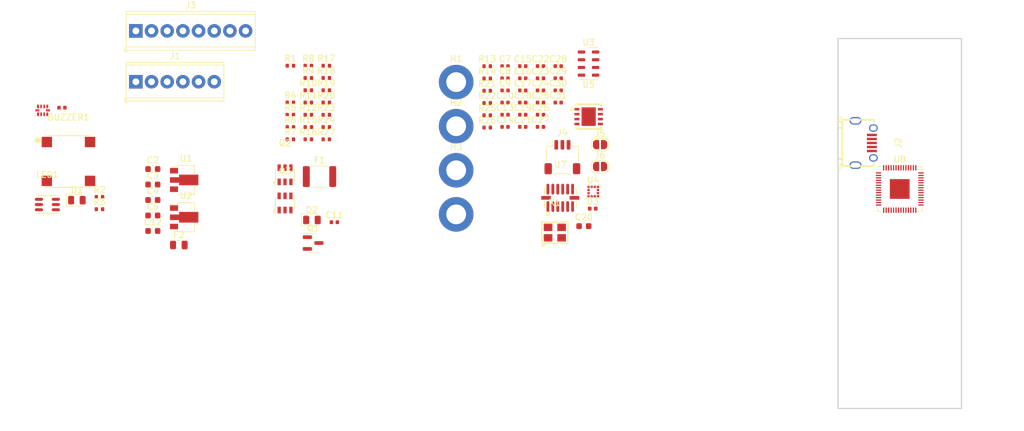
<source format=kicad_pcb>
(kicad_pcb (version 20221018) (generator pcbnew)
  (layers (0 "F.Cu" signal) (1 "In1.Cu" power) (2 "In2.Cu" power) (31 "B.Cu" signal) (34 "B.Paste" user) (35 "F.Paste" user) (36 "B.SilkS" user "B.Silkscreen") (37 "F.SilkS" user "F.Silkscreen") (38 "B.Mask" user) (39 "F.Mask" user) (44 "Edge.Cuts" user))
  (net 0 "")
  (net 1 "+12VA")
  (net 2 "GND")
  (net 3 "+3V3")
  (net 5 "/Board2/I2C1 SDA")
  (net 6 "+1V1")
  (net 7 "Net-(D2-A)")
  (net 8 "Net-(U4-C1)")
  (net 9 "Net-(U3-CAP)")
  (net 10 "Net-(D1-A)")
  (net 11 "Net-(Q1-S)")
  (net 12 "+12P")
  (net 13 "/Topboard/PYRO PWR")
  (net 14 "/Topboard/P4-")
  (net 15 "/Topboard/P3-")
  (net 16 "+12V")
  (net 17 "/Topboard/USB_D-")
  (net 18 "/Topboard/USB_D+")
  (net 21 "/Board2/P4-")
  (net 22 "/Board2/P3-")
  (net 23 "/Board2/P2-")
  (net 24 "/Board2/P1-")
  (net 25 "/Topboard/SWCLK")
  (net 26 "/Topboard/SWD")
  (net 27 "/Topboard/RUN")
  (net 28 "/Topboard/BOOTSEL")
  (net 29 "/Topboard/P2-")
  (net 30 "/Topboard/P1-")
  (net 32 "/Board2/P3 EN BOT")
  (net 33 "/Board2/P4 EN BOT")
  (net 34 "Net-(Q2B-D)")
  (net 35 "Net-(Q2A-D)")
  (net 36 "/Board2/P1 EN BOT")
  (net 37 "/Board2/P2 EN BOT")
  (net 38 "/Board2/P4 CONT BOT")
  (net 39 "/Board2/P3 CONT BOT")
  (net 40 "/Topboard/QSPI_SS")
  (net 41 "/Topboard/RP USB_D+")
  (net 42 "/Board2/BATT SENSE BOT")
  (net 43 "/Board2/P2 CONT BOT")
  (net 44 "/Topboard/RP USB_D-")
  (net 45 "/Board2/P1 CONT BOT")
  (net 46 "Net-(D3-A)")
  (net 47 "/Topboard/I2C1 SCL")
  (net 48 "/Topboard/I2C1 SDA")
  (net 50 "Net-(LED1-+-Pad4)")
  (net 51 "Net-(Q3B-D)")
  (net 52 "Net-(Q3A-D)")
  (net 54 "/Topboard/I2C0 SDA")
  (net 55 "/Topboard/I2C0 SCL")
  (net 58 "/Topboard/QSPI_SD1")
  (net 59 "/Topboard/QSPI_SD2")
  (net 63 "/Topboard/QSPI_SDO")
  (net 64 "+BATT")
  (net 65 "/Topboard/QSPI_SCLK")
  (net 66 "/Topboard/QSPI_SD3")
  (net 71 "/Topboard/SPI0 GPIO")
  (net 72 "/Topboard/SD CS")
  (net 73 "/Topboard/BUZZER")
  (net 74 "/Topboard/LEDRED")
  (net 75 "/Topboard/LEDGREEN")
  (net 76 "/Topboard/LEDBLUE")
  (net 81 "/Topboard/XIN")
  (net 82 "/Topboard/UART0 TX")
  (net 83 "/Topboard/UART0 RX")
  (net 87 "+5VD")
  (net 89 "/Topboard/UART GPIO")
  (net 95 "/Board2/I2C1 SCL")
  (footprint "Resistor_SMD:R_0402_1005Metric" (layer "F.Cu") (at 94.8816 73.3901)
    (fp_text reference "R6" (at 0 -1.17) (layer "F.SilkS"))
    (fp_text value "10R")
    (pad "1" smd roundrect (at -0.51 0) (size 0.54 0.64) (layers "F.Cu" "F.Paste" "F.Mask") (net 21 "/Board2/P4-"))
    (pad "2" smd roundrect (at 0.51 0) (size 0.54 0.64) (layers "F.Cu" "F.Paste" "F.Mask") (net 34 "Net-(Q2B-D)"))
  )
  (footprint "easyeda2kicad:SOT-23-6_L2.9-W1.6-P0.95-LS2.8-BL" (layer "F.Cu") (at 94.0166 85.6951)
    (fp_text reference "Q3" (at 0 -5.15) (layer "F.SilkS"))
    (fp_text value "KY6802")
    (pad "1" smd rect (at -0.95 1.15) (size 0.53 1.07) (layers "F.Cu" "F.Paste" "F.Mask") (net 36 "/Board2/P1 EN BOT"))
    (pad "2" smd rect (at 0 1.15) (size 0.53 1.07) (layers "F.Cu" "F.Paste" "F.Mask") (net 2 "GND"))
    (pad "3" smd rect (at 0.95 1.15) (size 0.53 1.07) (layers "F.Cu" "F.Paste" "F.Mask") (net 37 "/Board2/P2 EN BOT"))
    (pad "4" smd rect (at 0.95 -1.15) (size 0.53 1.07) (layers "F.Cu" "F.Paste" "F.Mask") (net 51 "Net-(Q3B-D)"))
    (pad "5" smd rect (at 0 -1.15) (size 0.53 1.07) (layers "F.Cu" "F.Paste" "F.Mask") (net 2 "GND"))
    (pad "6" smd rect (at -0.95 -1.15) (size 0.53 1.07) (layers "F.Cu" "F.Paste" "F.Mask") (net 52 "Net-(Q3A-D)"))
  )
  (footprint "Resistor_SMD:R_0402_1005Metric" (layer "F.Cu") (at 126.7702 63.5188)
    (fp_text reference "R13" (at 0 -1.17) (layer "F.SilkS"))
    (fp_text value "1k")
    (pad "1" smd roundrect (at -0.51 0) (size 0.54 0.64) (layers "F.Cu" "F.Paste" "F.Mask") (net 40 "/Topboard/QSPI_SS"))
    (pad "2" smd roundrect (at 0.51 0) (size 0.54 0.64) (layers "F.Cu" "F.Paste" "F.Mask") (net 28 "/Topboard/BOOTSEL"))
  )
  (footprint "Capacitor_SMD:C_0603_1608Metric" (layer "F.Cu") (at 72.6016 82.7101)
    (fp_text reference "C3" (at 0 -1.43) (layer "F.SilkS"))
    (fp_text value "22u")
    (pad "1" smd roundrect (at -0.775 0) (size 0.9 0.95) (layers "F.Cu" "F.Paste" "F.Mask") (net 3 "+3V3"))
    (pad "2" smd roundrect (at 0.775 0) (size 0.9 0.95) (layers "F.Cu" "F.Paste" "F.Mask") (net 2 "GND"))
  )
  (footprint "MountingHole:MountingHole_3.2mm_M3_DIN965_Pad" (layer "F.Cu") (at 121.7402 73.2488)
    (fp_text reference "H2" (at 0 -3.8) (layer "F.SilkS"))
    (fp_text value "MountingHole_Pad")
    (pad "1" thru_hole circle (at 0 0) (size 5.6 5.6) (drill 3.2) (layers "*.Cu" "*.Mask") (net 2 "GND"))
  )
  (footprint "Capacitor_SMD:C_0402_1005Metric" (layer "F.Cu") (at 102.0116 88.8201)
    (fp_text reference "C11" (at 0 -1.16) (layer "F.SilkS"))
    (fp_text value "1u")
    (pad "1" smd roundrect (at -0.48 0) (size 0.56 0.62) (layers "F.Cu" "F.Paste" "F.Mask") (net 1 "+12VA"))
    (pad "2" smd roundrect (at 0.48 0) (size 0.56 0.62) (layers "F.Cu" "F.Paste" "F.Mask") (net 2 "GND"))
  )
  (footprint "Fuse:Fuse_0805_2012Metric" (layer "F.Cu") (at 76.8116 92.5201)
    (fp_text reference "F2" (at 0 -1.65) (layer "F.SilkS"))
    (fp_text value "200ma")
    (pad "1" smd roundrect (at -0.9375 0) (size 0.975 1.4) (layers "F.Cu" "F.Paste" "F.Mask") (net 11 "Net-(Q1-S)"))
    (pad "2" smd roundrect (at 0.9375 0) (size 0.975 1.4) (layers "F.Cu" "F.Paste" "F.Mask") (net 1 "+12VA"))
  )
  (footprint "Package_TO_SOT_SMD:SOT-23" (layer "F.Cu") (at 98.5716 92.2001)
    (fp_text reference "Q1" (at 0 -2.4) (layer "F.SilkS"))
    (fp_text value "AO3401A")
    (pad "1" smd roundrect (at -0.9375 -0.95) (size 1.475 0.6) (layers "F.Cu" "F.Paste" "F.Mask") (net 2 "GND"))
    (pad "2" smd roundrect (at -0.9375 0.95) (size 1.475 0.6) (layers "F.Cu" "F.Paste" "F.Mask") (net 11 "Net-(Q1-S)"))
    (pad "3" smd roundrect (at 0.9375 0) (size 1.475 0.6) (layers "F.Cu" "F.Paste" "F.Mask") (net 16 "+12V"))
  )
  (footprint "Capacitor_SMD:C_0402_1005Metric" (layer "F.Cu") (at 132.5302 67.4488)
    (fp_text reference "C17" (at 0 -1.16) (layer "F.SilkS"))
    (fp_text value "100n")
    (pad "1" smd roundrect (at -0.48 0) (size 0.56 0.62) (layers "F.Cu" "F.Paste" "F.Mask") (net 3 "+3V3"))
    (pad "2" smd roundrect (at 0.48 0) (size 0.56 0.62) (layers "F.Cu" "F.Paste" "F.Mask") (net 2 "GND"))
  )
  (footprint "Capacitor_SMD:C_0402_1005Metric" (layer "F.Cu") (at 138.2702 67.4488)
    (fp_text reference "C30" (at 0 -1.16) (layer "F.SilkS"))
    (fp_text value "100n")
    (pad "1" smd roundrect (at -0.48 0) (size 0.56 0.62) (layers "F.Cu" "F.Paste" "F.Mask") (net 3 "+3V3"))
    (pad "2" smd roundrect (at 0.48 0) (size 0.56 0.62) (layers "F.Cu" "F.Paste" "F.Mask") (net 2 "GND"))
  )
  (footprint "Capacitor_SMD:C_0402_1005Metric" (layer "F.Cu") (at 135.4002 67.4488)
    (fp_text reference "C24" (at 0 -1.16) (layer "F.SilkS"))
    (fp_text value "100n")
    (pad "1" smd roundrect (at -0.48 0) (size 0.56 0.62) (layers "F.Cu" "F.Paste" "F.Mask") (net 3 "+3V3"))
    (pad "2" smd roundrect (at 0.48 0) (size 0.56 0.62) (layers "F.Cu" "F.Paste" "F.Mask") (net 2 "GND"))
  )
  (footprint "Resistor_SMD:R_0402_1005Metric" (layer "F.Cu") (at 63.9552 84.7256)
    (fp_text reference "R2" (at 0 -1.17) (layer "F.SilkS"))
    (fp_text value "1k")
    (pad "1" smd roundrect (at -0.51 0) (size 0.54 0.64) (layers "F.Cu" "F.Paste" "F.Mask") (net 50 "Net-(LED1-+-Pad4)"))
    (pad "2" smd roundrect (at 0.51 0) (size 0.54 0.64) (layers "F.Cu" "F.Paste" "F.Mask") (net 3 "+3V3"))
  )
  (footprint "Capacitor_SMD:C_0603_1608Metric" (layer "F.Cu") (at 72.6016 90.2401)
    (fp_text reference "C12" (at 0 -1.43) (layer "F.SilkS"))
    (fp_text value "22u")
    (pad "1" smd roundrect (at -0.775 0) (size 0.9 0.95) (layers "F.Cu" "F.Paste" "F.Mask") (net 87 "+5VD"))
    (pad "2" smd roundrect (at 0.775 0) (size 0.9 0.95) (layers "F.Cu" "F.Paste" "F.Mask") (net 2 "GND"))
  )
  (footprint "Capacitor_SMD:C_0402_1005Metric" (layer "F.Cu") (at 129.6602 73.3588)
    (fp_text reference "C14" (at 0 -1.16) (layer "F.SilkS"))
    (fp_text value "2u2")
    (pad "1" smd roundrect (at -0.48 0) (size 0.56 0.62) (layers "F.Cu" "F.Paste" "F.Mask") (net 3 "+3V3"))
    (pad "2" smd roundrect (at 0.48 0) (size 0.56 0.62) (layers "F.Cu" "F.Paste" "F.Mask") (net 2 "GND"))
  )
  (footprint "easyeda2kicad:MICRO-USB-SMD_U254-051T-4BHJ25-F2S" (layer "F.Cu") (at 187.8838 75.9714 -90)
    (fp_text reference "J2" (at 0 -5.45 90) (layer "F.SilkS"))
    (fp_text value "USB_B_Micro")
    (pad "1" smd rect (at -1.3 -1.2 270) (size 0.4 1.6) (layers "F.Cu" "F.Paste" "F.Mask") (net 46 "Net-(D3-A)"))
    (pad "2" smd rect (at -0.65 -1.2 270) (size 0.4 1.6) (layers "F.Cu" "F.Paste" "F.Mask") (net 17 "/Topboard/USB_D-"))
    (pad "3" smd rect (at 0 -1.2 270) (size 0.4 1.6) (layers "F.Cu" "F.Paste" "F.Mask") (net 18 "/Topboard/USB_D+"))
    (pad "4" smd rect (at 0.65 -1.2 270) (size 0.4 1.6) (layers "F.Cu" "F.Paste" "F.Mask"))
    (pad "5" smd rect (at 1.3 -1.21 270) (size 0.4 1.6) (layers "F.Cu" "F.Paste" "F.Mask") (net 2 "GND"))
    (pad "6" thru_hole oval (at 2.42 -1.45 270) (size 1.2 1.4) (drill oval 0.799998 0.999998) (layers "*.Cu" "*.Mask"))
    (pad "7" thru_hole oval (at -2.42 -1.45 270) (size 1.2 1.4) (drill oval 0.799998 0.999998) (layers "*.Cu" "*.Mask"))
    (pad "8" thru_hole oval (at -3.6 1.45 270) (size 1.2 1.9) (drill oval 0.799998 1.499997) (layers "*.Cu" "*.Mask"))
    (pad "9" thru_hole oval (at 3.6 1.45 270) (size 1.2 1.9) (drill oval 0.799998 1.499997) (layers "*.Cu" "*.Mask"))
  )
  (footprint "Resistor_SMD:R_0402_1005Metric" (layer "F.Cu") (at 97.7916 73.3901)
    (fp_text reference "R15" (at 0 -1.17) (layer "F.SilkS"))
    (fp_text value "470R")
    (pad "1" smd roundrect (at -0.51 0) (size 0.54 0.64) (layers "F.Cu" "F.Paste" "F.Mask") (net 2 "GND"))
    (pad "2" smd roundrect (at 0.51 0) (size 0.54 0.64) (layers "F.Cu" "F.Paste" "F.Mask") (net 36 "/Board2/P1 EN BOT"))
  )
  (footprint "LED_SMD:LED_0805_2012Metric" (layer "F.Cu") (at 60.2952 85.2506)
    (fp_text reference "D1" (at 0 -1.65) (layer "F.SilkS"))
    (fp_text value "LED")
    (pad "1" smd roundrect (at -0.9375 0) (size 0.975 1.4) (layers "F.Cu" "F.Paste" "F.Mask") (net 2 "GND"))
    (pad "2" smd roundrect (at 0.9375 0) (size 0.975 1.4) (layers "F.Cu" "F.Paste" "F.Mask") (net 10 "Net-(D1-A)"))
  )
  (footprint "Capacitor_SMD:C_0402_1005Metric" (layer "F.Cu") (at 135.4002 71.3888)
    (fp_text reference "C26" (at 0 -1.16) (layer "F.SilkS"))
    (fp_text value "1u")
    (pad "1" smd roundrect (at -0.48 0) (size 0.56 0.62) (layers "F.Cu" "F.Paste" "F.Mask") (net 3 "+3V3"))
    (pad "2" smd roundrect (at 0.48 0) (size 0.56 0.62) (layers "F.Cu" "F.Paste" "F.Mask") (net 2 "GND"))
  )
  (footprint "Resistor_SMD:R_0402_1005Metric" (layer "F.Cu") (at 94.8816 71.4001)
    (fp_text reference "R5" (at 0 -1.17) (layer "F.SilkS"))
    (fp_text value "470R")
    (pad "1" smd roundrect (at -0.51 0) (size 0.54 0.64) (layers "F.Cu" "F.Paste" "F.Mask") (net 2 "GND"))
    (pad "2" smd roundrect (at 0.51 0) (size 0.54 0.64) (layers "F.Cu" "F.Paste" "F.Mask") (net 32 "/Board2/P3 EN BOT"))
  )
  (footprint "MountingHole:MountingHole_3.2mm_M3_DIN965_Pad" (layer "F.Cu") (at 121.7402 87.5488)
    (fp_text reference "H4")
    (fp_text value "MountingHole_Pad")
    (pad "1" thru_hole circle (at 0 0) (size 5.6 5.6) (drill 3.2) (layers "*.Cu" "*.Mask") (net 2 "GND"))
  )
  (footprint "Resistor_SMD:R_0402_1005Metric" (layer "F.Cu") (at 97.7916 75.3801)
    (fp_text reference "R16" (at 0 -1.17) (layer "F.SilkS"))
    (fp_text value "10R")
    (pad "1" smd roundrect (at -0.51 0) (size 0.54 0.64) (layers "F.Cu" "F.Paste" "F.Mask") (net 23 "/Board2/P2-"))
    (pad "2" smd roundrect (at 0.51 0) (size 0.54 0.64) (layers "F.Cu" "F.Paste" "F.Mask") (net 51 "Net-(Q3B-D)"))
  )
  (footprint "LED_SMD:LED_0805_2012Metric" (layer "F.Cu") (at 98.3716 88.4551)
    (fp_text reference "D2" (at 0 -1.65) (layer "F.SilkS"))
    (fp_text value "LED")
    (pad "1" smd roundrect (at -0.9375 0) (size 0.975 1.4) (layers "F.Cu" "F.Paste" "F.Mask") (net 2 "GND"))
    (pad "2" smd roundrect (at 0.9375 0) (size 0.975 1.4) (layers "F.Cu" "F.Paste" "F.Mask") (net 7 "Net-(D2-A)"))
  )
  (footprint "Resistor_SMD:R_0402_1005Metric" (layer "F.Cu") (at 100.7016 63.4401)
    (fp_text reference "R17" (at 0 -1.17) (layer "F.SilkS"))
    (fp_text value "10R")
    (pad "1" smd roundrect (at -0.51 0) (size 0.54 0.64) (layers "F.Cu" "F.Paste" "F.Mask") (net 24 "/Board2/P1-"))
    (pad "2" smd roundrect (at 0.51 0) (size 0.54 0.64) (layers "F.Cu" "F.Paste" "F.Mask") (net 52 "Net-(Q3A-D)"))
  )
  (footprint "Diode_SMD:D_0402_1005Metric" (layer "F.Cu") (at 143.8652 86.6188)
    (fp_text reference "D3" (at 0 -1.17) (layer "F.SilkS"))
    (fp_text value "D")
    (pad "1" smd roundrect (at -0.485 0) (size 0.59 0.64) (layers "F.Cu" "F.Paste" "F.Mask"))
    (pad "2" smd roundrect (at 0.485 0) (size 0.59 0.64) (layers "F.Cu" "F.Paste" "F.Mask") (net 46 "Net-(D3-A)"))
  )
  (footprint "Jumper:SolderJumper-2_P1.3mm_Open_RoundedPad1.0x1.5mm" (layer "F.Cu") (at 145.0502 76.2388)
    (fp_text reference "J5" (at 0 -1.8) (layer "F.SilkS"))
    (fp_text value "Conn_01x02")
    (pad "1" smd custom (at -0.65 0) (size 1 0.5) (layers "F.Cu" "F.Mask") (net 27 "/Topboard/RUN") (options (clearance outline) (anchor rect)) (primitives (gr_circle (center 0 0.25) (end 0.5 0.25) (width 0) (fill yes)) (gr_circle (center 0 -0.25) (end 0.5 -0.25) (width 0) (fill yes)) (gr_poly (pts (xy 0.5 0.75) (xy 0 0.75) (xy 0 -0.75) (xy 0.5 -0.75)) (width 0) (fill yes))))
    (pad "2" smd custom (at 0.65 0) (size 1 0.5) (layers "F.Cu" "F.Mask") (net 2 "GND") (options (clearance outline) (anchor rect)) (primitives (gr_circle (center 0 0.25) (end 0.5 0.25) (width 0) (fill yes)) (gr_circle (center 0 -0.25) (end 0.5 -0.25) (width 0) (fill yes)) (gr_poly (pts (xy 0 0.75) (xy -0.5 0.75) (xy -0.5 -0.75) (xy 0 -0.75)) (width 0) (fill yes))))
  )
  (footprint "Capacitor_SMD:C_0402_1005Metric" (layer "F.Cu") (at 135.4002 63.5088)
    (fp_text reference "C22" (at 0 -1.16) (layer "F.SilkS"))
    (fp_text value "100n")
    (pad "1" smd roundrect (at -0.48 0) (size 0.56 0.62) (layers "F.Cu" "F.Paste" "F.Mask") (net 3 "+3V3"))
    (pad "2" smd roundrect (at 0.48 0) (size 0.56 0.62) (layers "F.Cu" "F.Paste" "F.Mask") (net 2 "GND"))
  )
  (footprint "Capacitor_SMD:C_0402_1005Metric" (layer "F.Cu") (at 138.2702 63.5088)
    (fp_text reference "C28" (at 0 -1.16) (layer "F.SilkS"))
    (fp_text value "100n")
    (pad "1" smd roundrect (at -0.48 0) (size 0.56 0.62) (layers "F.Cu" "F.Paste" "F.Mask") (net 3 "+3V3"))
    (pad "2" smd roundrect (at 0.48 0) (size 0.56 0.62) (layers "F.Cu" "F.Paste" "F.Mask") (net 2 "GND"))
  )
  (footprint "Resistor_SMD:R_0402_1005Metric" (layer "F.Cu") (at 100.7016 65.4301)
    (fp_text reference "R18" (at 0 -1.17) (layer "F.SilkS"))
    (fp_text value "20k")
    (pad "1" smd roundrect (at -0.51 0) (size 0.54 0.64) (layers "F.Cu" "F.Paste" "F.Mask") (net 16 "+12V"))
    (pad "2" smd roundrect (at 0.51 0) (size 0.54 0.64) (layers "F.Cu" "F.Paste" "F.Mask") (net 42 "/Board2/BATT SENSE BOT"))
  )
  (footprint "Resistor_SMD:R_0402_1005Metric" (layer "F.Cu") (at 97.7916 67.4201)
    (fp_text reference "R10" (at 0 -1.17) (layer "F.SilkS"))
    (fp_text value "20k")
    (pad "1" smd roundrect (at -0.51 0) (size 0.54 0.64) (layers "F.Cu" "F.Paste" "F.Mask") (net 35 "Net-(Q2A-D)"))
    (pad "2" smd roundrect (at 0.51 0) (size 0.54 0.64) (layers "F.Cu" "F.Paste" "F.Mask") (net 39 "/Board2/P3 CONT BOT"))
  )
  (footprint "Capacitor_SMD:C_0603_1608Metric" (layer "F.Cu") (at 72.6016 85.2201)
    (fp_text reference "C4" (at 0 -1.43) (layer "F.SilkS"))
    (fp_text value "22u")
    (pad "1" smd roundrect (at -0.775 0) (size 0.9 0.95) (layers "F.Cu" "F.Paste" "F.Mask") (net 1 "+12VA"))
    (pad "2" smd roundrect (at 0.775 0) (size 0.9 0.95) (layers "F.Cu" "F.Paste" "F.Mask") (net 2 "GND"))
  )
  (footprint "Package_TO_SOT_SMD:SOT-89-3" (layer "F.Cu") (at 77.9816 88.0201)
    (fp_text reference "U2" (at 0 -3.5) (layer "F.SilkS"))
    (fp_text value "AMS1117-5.0")
    (pad "1" smd rect (at -1.95 -1.5) (size 1.3 0.9) (layers "F.Cu" "F.Paste" "F.Mask") (net 2 "GND"))
    (pad "2" smd custom (at -1.8625 0) (size 1.475 0.9) (layers "F.Cu" "F.Paste" "F.Mask") (net 87 "+5VD") (options (clearance outline) (anchor rect)) (primitives (gr_poly (pts (xy 3.8625 0.8665) (xy 0.7375 0.8665) (xy 0.7375 -0.8665) (xy 3.8625 -0.8665)) (width 0) (fill yes))))
    (pad "3" smd rect (at -1.95 1.5) (size 1.3 0.9) (layers "F.Cu" "F.Paste" "F.Mask") (net 1 "+12VA"))
  )
  (footprint "TerminalBlock_Phoenix:TerminalBlock_Phoenix_MPT-0,5-6-2.54_1x06_P2.54mm_Horizontal" (layer "F.Cu") (at 69.85 66.04)
    (fp_text reference "J1" (at 6.35 -4.16) (layer "F.SilkS"))
    (fp_text value "Screw_Terminal_01x06")
    (pad "1" thru_hole rect (at 0 0) (size 2.2 2.2) (drill 1.1) (layers "*.Cu" "*.Mask") (net 13 "/Topboard/PYRO PWR"))
    (pad "2" thru_hole circle (at 2.54 0) (size 2.2 2.2) (drill 1.1) (layers "*.Cu" "*.Mask") (net 12 "+12P"))
    (pad "3" thru_hole circle (at 5.08 0) (size 2.2 2.2) (drill 1.1) (layers "*.Cu" "*.Mask") (net 16 "+12V"))
    (pad "4" thru_hole circle (at 7.62 0) (size 2.2 2.2) (drill 1.1) (layers "*.Cu" "*.Mask") (net 64 "+BATT"))
    (pad "5" thru_hole circle (at 10.16 0) (size 2.2 2.2) (drill 1.1) (layers "*.Cu" "*.Mask") (net 2 "GND"))
    (pad "6" thru_hole circle (at 12.7 0) (size 2.2 2.2) (drill 1.1) (layers "*.Cu" "*.Mask") (net 64 "+BATT"))
  )
  (footprint "Resistor_SMD:R_0402_1005Metric" (layer "F.Cu") (at 97.7916 69.4101)
    (fp_text reference "R11" (at 0 -1.17) (layer "F.SilkS"))
    (fp_text value "6k")
    (pad "1" smd roundrect (at -0.51 0) (size 0.54 0.64) (layers "F.Cu" "F.Paste" "F.Mask") (net 39 "/Board2/P3 CONT BOT"))
    (pad "2" smd roundrect (at 0.51 0) (size 0.54 0.64) (layers "F.Cu" "F.Paste" "F.Mask") (net 2 "GND"))
  )
  (footprint "Capacitor_SMD:C_0402_1005Metric" (layer "F.Cu") (at 129.6602 69.4188)
    (fp_text reference "C10" (at 0 -1.16) (layer "F.SilkS"))
    (fp_text value "100n")
    (pad "1" smd roundrect (at -0.48 0) (size 0.56 0.62) (layers "F.Cu" "F.Paste" "F.Mask") (net 6 "+1V1"))
    (pad "2" smd roundrect (at 0.48 0) (size 0.56 0.62) (layers "F.Cu" "F.Paste" "F.Mask") (net 2 "GND"))
  )
  (footprint "Capacitor_SMD:C_0402_1005Metric" (layer "F.Cu") (at 129.6602 63.5088)
    (fp_text reference "C7" (at 0 -1.16) (layer "F.SilkS"))
    (fp_text value "1u")
    (pad "1" smd roundrect (at -0.48 0) (size 0.56 0.62) (layers "F.Cu" "F.Paste" "F.Mask") (net 3 "+3V3"))
    (pad "2" smd roundrect (at 0.48 0) (size 0.56 0.62) (layers "F.Cu" "F.Paste" "F.Mask") (net 2 "GND"))
  )
  (footprint "Resistor_SMD:R_0402_1005Metric" (layer "F.Cu") (at 100.7016 75.3801)
    (fp_text reference "R27" (at 0 -1.17) (layer "F.SilkS"))
    (fp_text value "6k")
    (pad "1" smd roundrect (at -0.51 0) (size 0.54 0.64) (layers "F.Cu" "F.Paste" "F.Mask") (net 45 "/Board2/P1 CONT BOT"))
    (pad "2" smd roundrect (at 0.51 0) (size 0.54 0.64) (layers "F.Cu" "F.Paste" "F.Mask") (net 2 "GND"))
  )
  (footprint "Resistor_SMD:R_0402_1005Metric" (layer "F.Cu") (at 126.7702 67.4988)
    (fp_text reference "R21" (at 0 -1.17) (layer "F.SilkS"))
    (fp_text value "27R")
    (pad "1" smd roundrect (at -0.51 0) (size 0.54 0.64) (layers "F.Cu" "F.Paste" "F.Mask") (net 44 "/Topboard/RP USB_D-"))
    (pad "2" smd roundrect (at 0.51 0) (size 0.54 0.64) (layers "F.Cu" "F.Paste" "F.Mask") (net 17 "/Topboard/USB_D-"))
  )
  (footprint "Package_LGA:NXP_LGA-8_3x5mm_P1.25mm_H1.1mm" (layer "F.Cu") (at 143.1868 63.0982)
    (fp_text reference "U3" (at 0 -3.45) (layer "F.SilkS"))
    (fp_text value "MPL3115A2")
    (pad "1" smd roundrect (at -1.15 -1.875) (size 1.2 0.5) (layers "F.Cu" "F.Paste" "F.Mask") (net 3 "+3V3"))
    (pad "2" smd roundrect (at -1.15 -0.625) (size 1.2 0.5) (layers "F.Cu" "F.Paste" "F.Mask") (net 9 "Net-(U3-CAP)"))
    (pad "3" smd roundrect (at -1.15 0.625) (size 1.2 0.5) (layers "F.Cu" "F.Paste" "F.Mask") (net 2 "GND"))
    (pad "4" smd roundrect (at -1.15 1.875) (size 1.2 0.5) (layers "F.Cu" "F.Paste" "F.Mask") (net 3 "+3V3"))
    (pad "5" smd roundrect (at 1.15 1.875) (size 1.2 0.5) (layers "F.Cu" "F.Paste" "F.Mask"))
    (pad "6" smd roundrect (at 1.15 0.625) (size 1.2 0.5) (layers "F.Cu" "F.Paste" "F.Mask"))
    (pad "7" smd roundrect (at 1.15 -0.625) (size 1.2 0.5) (layers "F.Cu" "F.Paste" "F.Mask") (net 54 "/Topboard/I2C0 SDA"))
    (pad "8" smd roundrect (at 1.15 -1.875) (size 1.2 0.5) (layers "F.Cu" "F.Paste" "F.Mask") (net 55 "/Topboard/I2C0 SCL"))
  )
  (footprint "Capacitor_SMD:C_0402_1005Metric" (layer "F.Cu") (at 57.8752 70.2456)
    (fp_text reference "C1")
    (fp_text value "100n")
    (pad "1" smd roundrect (at -0.48 0) (size 0.56 0.62) (layers "F.Cu" "F.Paste" "F.Mask") (net 3 "+3V3"))
    (pad "2" smd roundrect (at 0.48 0) (size 0.56 0.62) (layers "F.Cu" "F.Paste" "F.Mask") (net 2 "GND"))
  )
  (footprint "Capacitor_SMD:C_0402_1005Metric" (layer "F.Cu") (at 132.5302 71.3888)
    (fp_text reference "C19" (at 0 -1.16) (layer "F.SilkS"))
    (fp_text value "100n")
    (pad "1" smd roundrect (at -0.48 0) (size 0.56 0.62) (layers "F.Cu" "F.Paste" "F.Mask") (net 8 "Net-(U4-C1)"))
    (pad "2" smd roundrect (at 0.48 0) (size 0.56 0.62) (layers "F.Cu" "F.Paste" "F.Mask") (net 2 "GND"))
  )
  (footprint "Resistor_SMD:R_0402_1005Metric" (layer "F.Cu") (at 94.8816 69.4101)
    (fp_text reference "R4" (at 0 -1.17) (layer "F.SilkS"))
    (fp_text value "470R")
    (pad "1" smd roundrect (at -0.51 0) (size 0.54 0.64) (layers "F.Cu" "F.Paste" "F.Mask") (net 2 "GND"))
    (pad "2" smd roundrect (at 0.51 0) (size 0.54 0.64) (layers "F.Cu" "F.Paste" "F.Mask") (net 33 "/Board2/P4 EN BOT"))
  )
  (footprint "easyeda2kicad:XSON-8_L4.0-W4.0-P0.80-TL-EP" (layer "F.Cu") (at 143.2052 71.6988)
    (fp_text reference "U5" (at 0 -5.2) (layer "F.SilkS"))
    (fp_text value "W25Q64JVXGIQ")
    (pad "1" smd rect (at -1.9 -1.2 90) (size 0.4 0.8) (layers "F.Cu" "F.Paste" "F.Mask") (net 40 "/Topboard/QSPI_SS"))
    (pad "2" smd rect (at -1.9 -0.4 90) (size 0.4 0.8) (layers "F.Cu" "F.Paste" "F.Mask") (net 58 "/Topboard/QSPI_SD1"))
    (pad "3" smd rect (at -1.9 0.4 90) (size 0.4 0.8) (layers "F.Cu" "F.Paste" "F.Mask") (net 59 "/Topboard/QSPI_SD2"))
    (pad "4" smd rect (at -1.9 1.2 90) (size 0.4 0.8) (layers "F.Cu" "F.Paste" "F.Mask") (net 2 "GND"))
    (pad "5" smd rect (at 1.9 1.2 90) (size 0.4 0.8) (layers "F.Cu" "F.Paste" "F.Mask") (net 63 "/Topboard/QSPI_SDO"))
    (pad "6" smd rect (at 1.9 0.4 270) (size 0.4 0.8) (layers "F.Cu" "F.Paste" "F.Mask") (net 65 "/Topboard/QSPI_SCLK"))
    (pad "7" smd rect (at 1.9 -0.4 270) (size 0.4 0.8) (layers "F.Cu" "F.Paste" "F.Mask") (net 66 "/Topboard/QSPI_SD3"))
    (pad "8" smd rect (at 1.9 -1.2 270) (size 0.4 0.8) (layers "F.Cu" "F.Paste" "F.Mask") (net 3 "+3V3"))
    (pad "9" smd rect (at 0 0 180) (size 2.3 3) (layers "F.Cu" "F.Paste" "F.Mask"))
  )
  (footprint "easyeda2kicad:X2QFN-10_L2.0-W1.5-P0.50-BL" (layer "F.Cu") (at 54.7502 70.6806)
    (fp_text reference "U9")
    (fp_text value "ADS1015IDGS")
    (pad "1" smd rect (at -0.75 0.63) (size 0.3 0.58) (layers "F.Cu" "F.Paste" "F.Mask") (net 3 "+3V3"))
    (pad "2" smd rect (at -0.25 0.63) (size 0.25 0.58) (layers "F.Cu" "F.Paste" "F.Mask"))
    (pad "3" smd rect (at 0.25 0.63) (size 0.25 0.58) (layers "F.Cu" "F.Paste" "F.Mask") (net 2 "GND"))
    (pad "4" smd rect (at 0.75 0.63) (size 0.3 0.58) (layers "F.Cu" "F.Paste" "F.Mask") (net 45 "/Board2/P1 CONT BOT"))
    (pad "5" smd rect (at 0.86 0 90) (size 0.35 0.63) (layers "F.Cu" "F.Paste" "F.Mask") (net 43 "/Board2/P2 CONT BOT"))
    (pad "6" smd rect (at 0.75 -0.63) (size 0.3 0.58) (layers "F.Cu" "F.Paste" "F.Mask") (net 39 "/Board2/P3 CONT BOT"))
    (pad "7" smd rect (at 0.25 -0.63) (size 0.25 0.58) (layers "F.Cu" "F.Paste" "F.Mask") (net 38 "/Board2/P4 CONT BOT"))
    (pad "8" smd rect (at -0.25 -0.63) (size 0.25 0.58) (layers "F.Cu" "F.Paste" "F.Mask") (net 3 "+3V3"))
    (pad "9" smd rect (at -0.75 -0.63) (size 0.3 0.58) (layers "F.Cu" "F.Paste" "F.Mask") (net 5 "/Board2/I2C1 SDA"))
    (pad "10" smd rect (at -0.86 0 90) (size 0.35 0.63) (layers "F.Cu" "F.Paste" "F.Mask") (net 95 "/Board2/I2C1 SCL"))
  )
  (footprint "Package_DFN_QFN:QFN-56-1EP_7x7mm_P0.4mm_EP3.2x3.2mm" (layer "F.Cu") (at 193.6 83.4305)
    (fp_text reference "U8" (at 0 -4.82) (layer "F.SilkS"))
    (fp_text value "RP2040")
    (pad "1" smd roundrect (at -3.4375 -2.6) (size 0.875 0.2) (layers "F.Cu" "F.Paste" "F.Mask") (net 3 "+3V3"))
    (pad "2" smd roundrect (at -3.4375 -2.2) (size 0.875 0.2) (layers "F.Cu" "F.Paste" "F.Mask") (net 71 "/Topboard/SPI0 GPIO"))
    (pad "3" smd roundrect (at -3.4375 -1.8) (size 0.875 0.2) (layers "F.Cu" "F.Paste" "F.Mask"))
    (pad "4" smd roundrect (at -3.4375 -1.4) (size 0.875 0.2) (layers "F.Cu" "F.Paste" "F.Mask") (net 72 "/Topboard/SD CS"))
    (pad "5" smd roundrect (at -3.4375 -1) (size 0.875 0.2) (layers "F.Cu" "F.Paste" "F.Mask"))
    (pad "6" smd roundrect (at -3.4375 -0.6) (size 0.875 0.2) (layers "F.Cu" "F.Paste" "F.Mask") (net 54 "/Topboard/I2C0 SDA"))
    (pad "7" smd roundrect (at -3.4375 -0.2) (size 0.875 0.2) (layers "F.Cu" "F.Paste" "F.Mask") (net 55 "/Topboard/I2C0 SCL"))
    (pad "8" smd roundrect (at -3.4375 0.2) (size 0.875 0.2) (layers "F.Cu" "F.Paste" "F.Mask") (net 73 "/Topboard/BUZZER"))
    (pad "9" smd roundrect (at -3.4375 0.6) (size 0.875 0.2) (layers "F.Cu" "F.Paste" "F.Mask"))
    (pad "10" smd roundrect (at -3.4375 1) (size 0.875 0.2) (layers "F.Cu" "F.Paste" "F.Mask") (net 3 "+3V3"))
    (pad "11" smd roundrect (at -3.4375 1.4) (size 0.875 0.2) (layers "F.Cu" "F.Paste" "F.Mask"))
    (pad "12" smd roundrect (at -3.4375 1.8) (size 0.875 0.2) (layers "F.Cu" "F.Paste" "F.Mask") (net 74 "/Topboard/LEDRED"))
    (pad "13" smd roundrect (at -3.4375 2.2) (size 0.875 0.2) (layers "F.Cu" "F.Paste" "F.Mask") (net 75 "/Topboard/LEDGREEN"))
    (pad "14" smd roundrect (at -3.4375 2.6) (size 0.875 0.2) (layers "F.Cu" "F.Paste" "F.Mask") (net 76 "/Topboard/LEDBLUE"))
    (pad "15" smd roundrect (at -2.6 3.4375) (size 0.2 0.875) (layers "F.Cu" "F.Paste" "F.Mask"))
    (pad "16" smd roundrect (at -2.2 3.4375) (size 0.2 0.875) (layers "F.Cu" "F.Paste" "F.Mask"))
    (pad "17" smd roundrect (at -1.8 3.4375) (size 0.2 0.875) (layers "F.Cu" "F.Paste" "F.Mask"))
    (pad "18" smd roundrect (at -1.4 3.4375) (size 0.2 0.875) (layers "F.Cu" "F.Paste" "F.Mask"))
    (pad "19" smd roundrect (at -1 3.4375) (size 0.2 0.875) (layers "F.Cu" "F.Paste" "F.Mask") (net 2 "GND"))
    (pad "20" smd roundrect (at -0.6 3.4375) (size 0.2 0.875) (layers "F.Cu" "F.Paste" "F.Mask") (net 81 "/Topboard/XIN"))
    (pad "21" smd roundrect (at -0.2 3.4375) (size 0.2 0.875) (layers "F.Cu" "F.Paste" "F.Mask"))
    (pad "22" smd roundrect (at 0.2 3.4375) (size 0.2 0.875) (layers "F.Cu" "F.Paste" "F.Mask") (net 3 "+3V3"))
    (pad "23" smd roundrect (at 0.6 3.4375) (size 0.2 0.875) (layers "F.Cu" "F.Paste" "F.Mask") (net 6 "+1V1"))
    (pad "24" smd roundrect (at 1 3.4375) (size 0.2 0.875) (layers "F.Cu" "F.Paste" "F.Mask") (net 25 "/Topboard/SWCLK"))
    (pad "25" smd roundrect (at 1.4 3.4375) (size 0.2 0.875) (layers "F.Cu" "F.Paste" "F.Mask") (net 26 "/Topboard/SWD"))
    (pad "26" smd roundrect (at 1.8 3.4375) (size 0.2 0.875) (layers "F.Cu" "F.Paste" "F.Mask") (net 27 "/Topboard/RUN"))
    (pad "27" smd roundrect (at 2.2 3.4375) (size 0.2 0.875) (layers "F.Cu" "F.Paste" "F.Mask") (net 82 "/Topboard/UART0 TX"))
    (pad "28" smd roundrect (at 2.6 3.4375) (size 0.2 0.875) (layers "F.Cu" "F.Paste" "F.Mask") (net 83 "/Topboard/UART0 RX"))
    (pad "29" smd roundrect (at 3.4375 2.6) (size 0.875 0.2) (layers "F.Cu" "F.Paste" "F.Mask"))
    (pad "30" smd roundrect (at 3.4375 2.2) (size 0.875 0.2) (layers "F.Cu" "F.Paste" "F.Mask"))
    (pad "31" smd roundrect (at 3.4375 1.8) (size 0.875 0.2) (layers "F.Cu" "F.Paste" "F.Mask"))
    (pad "32" smd roundrect (at 3.4375 1.4) (size 0.875 0.2) (layers "F.Cu" "F.Paste" "F.Mask"))
    (pad "33" smd roundrect (at 3.4375 1) (size 0.875 0.2) (layers "F.Cu" "F.Paste" "F.Mask") (net 3 "+3V3"))
    (pad "34" smd roundrect (at 3.4375 0.6) (size 0.875 0.2) (layers "F.Cu" "F.Paste" "F.Mask") (net 48 "/Topboard/I2C1 SDA"))
    (pad "35" smd roundrect (at 3.4375 0.2) (size 0.875 0.2) (layers "F.Cu" "F.Paste" "F.Mask") (net 47 "/Topboard/I2C1 SCL"))
    (pad "36" smd roundrect (at 3.4375 -0.2) (size 0.875 0.2) (layers "F.Cu" "F.Paste" "F.Mask") (net 89 "/Topboard/UART GPIO"))
    (pad "37" smd roundrect (at 3.4375 -0.6) (size 0.875 0.2) (layers "F.Cu" "F.Paste" "F.Mask"))
    (pad "38" smd roundrect (at 3.4375 -1) (size 0.875 0.2) (layers "F.Cu" "F.Paste" "F.Mask"))
    (pad "39" smd roundrect (at 3.4375 -1.4) (size 0.875 0.2) (layers "F.Cu" "F.Paste" "F.Mask"))
    (pad "40" smd roundrect (at 3.4375 -1.8) (size 0.875 0.2) (layers "F.Cu" "F.Paste" "F.Mask"))
    (pad "41" smd roundrect (at 3.4375 -2.2) (size 0.875 0.2) (layers "F.Cu" "F.Paste" "F.Mask"))
    (pad "42" smd roundrect (at 3.4375 -2.6) (size 0.875 0.2) (layers "F.Cu" "F.Paste" "F.Mask") (net 3 "+3V3"))
    (pad "43" smd roundrect (at 2.6 -3.4375) (size 0.2 0.875) (layers "F.Cu" "F.Paste" "F.Mask") (net 3 "+3V3"))
    (pad "44" smd roundrect (at 2.2 -3.4375) (size 0.2 0.875) (layers "F.Cu" "F.Paste" "F.Mask") (net 3 "+3V3"))
    (pad "45" smd roundrect (at 1.8 -3.4375) (size 0.2 0.875) (layers "F.Cu" "F.Paste" "F.Mask") (net 6 "+1V1"))
    (pad "46" smd roundrect (at 1.4 -3.4375) (size 0.2 0.875) (layers "F.Cu" "F.Paste" "F.Mask") (net 44 "/Topboard/RP USB_D-"))
    (pad "47" smd roundrect (at 1 -3.4375) (size 0.2 0.875) (layers "F.Cu" "F.Paste" "F.Mask") (net 41 "/Topboard/RP USB_D+"))
    (pad "48" smd roundrect (at 0.6 -3.4375) (size 0.2 0.875) (layers "F.Cu" "F.Paste" "F.Mask") (net 3 "+3V3"))
    (pad "49" smd roundrect (at 0.2 -3.4375) (size 0.2 0.875) (layers "F.Cu" "F.Paste" "F.Mask") (net 3 "+3V3"))
    (pad "50" smd roundrect (at -0.2 -3.4375) (size 0.2 0.875) (layers "F.Cu" "F.Paste" "F.Mask") (net 6 "+1V1"))
    (pad "51" smd roundrect (at -0.6 -3.4375) (size 0.2 0.875) (layers "F.Cu" "F.Paste" "F.Mask") (net 66 "/Topboard/QSPI_SD3"))
    (pad "52" smd roundrect (at -1 -3.4375) (size 0.2 0.875) (layers "F.Cu" "F.Paste" "F.Mask") (net 65 "/Topboard/QSPI_SCLK"))
    (pad "53" smd roundrect (at -1.4 -3.4375) (size 0.2 0.875) (layers "F.Cu" "F.Paste" "F.Mask") (net 63 "/Topboard/QSPI_SDO"))
    (pad "54" smd roundrect (at -1.8 -3.4375) (size 0.2 0.875) (layers "F.Cu" "F.Paste" "F.Mask") (net 59 "/Topboard/QSPI_SD2"))
    (pad "55" smd roundrect (at -2.2 -3.4375) (size 0.2 0.875) (layers "F.Cu" "F.Paste" "F.Mask") (net 58 "/Topboard/QSPI_SD1"))
    (pad "56" smd roundrect (at -2.6 -3.4375) (size 0.2 0.875) (layers "F.Cu" "F.Paste" "F.Mask") (net 40 "/Topboard/QSPI_SS"))
    (pad "57" smd rect (at 0 0) (size 3.2 3.2) (layers "F.Cu" "F.Mask") (net 2 "GND"))
  )
  (footprint "Resistor_SMD:R_0402_1005Metric" (layer "F.Cu") (at 126.7702 65.5088)
    (fp_text reference "R14" (at 0 -1.17) (layer "F.SilkS"))
    (fp_text value "27R")
    (pad "1" smd roundrect (at -0.51 0) (size 0.54 0.64) (layers "F.Cu" "F.Paste" "F.Mask") (net 18 "/Topboard/USB_D+"))
    (pad "2" smd roundrect (at 0.51 0) (size 0.54 0.64) (layers "F.Cu" "F.Paste" "F.Mask") (net 41 "/Topboard/RP USB_D+"))
  )
  (footprint "Resistor_SMD:R_0402_1005Metric" (layer "F.Cu") (at 126.7702 71.4788)
    (fp_text reference "R25" (at 0 -1.17) (layer "F.SilkS"))
    (fp_text value "2k2")
    (pad "1" smd roundrect (at -0.51 0) (size 0.54 0.64) (layers "F.Cu" "F.Paste" "F.Mask") (net 3 "+3V3"))
    (pad "2" smd roundrect (at 0.51 0) (size 0.54 0.64) (layers "F.Cu" "F.Paste" "F.Mask") (net 47 "/Topboard/I2C1 SCL"))
  )
  (footprint "easyeda2kicad:OSC-SMD_4P-L3.2-W2.5-BL_SIT8008BI" (layer "F.Cu") (at 137.7252 90.5038)
    (fp_text reference "X1" (at 0 -4.85) (layer "F.SilkS"))
    (fp_text value "S3D12.288000B20F30T")
    (pad "1" smd rect (at -1.1 0.85) (size 1.4 1.2) (layers "F.Cu" "F.Paste" "F.Mask") (net 3 "+3V3"))
    (pad "2" smd rect (at 1.1 0.85) (size 1.4 1.2) (layers "F.Cu" "F.Paste" "F.Mask") (net 2 "GND"))
    (pad "3" smd rect (at 1.1 -0.85) (size 1.4 1.2) (layers "F.Cu" "F.Paste" "F.Mask") (net 81 "/Topboard/XIN"))
    (pad "4" smd rect (at -1.1 -0.85) (size 1.4 1.2) (layers "F.Cu" "F.Paste" "F.Mask") (net 3 "+3V3"))
  )
  (footprint "Resistor_SMD:R_0402_1005Metric" (layer "F.Cu") (at 94.8816 63.4401)
    (fp_text reference "R1" (at 0 -1.17) (layer "F.SilkS"))
    (fp_text value "1k")
    (pad "1" smd roundrect (at -0.51 0) (size 0.54 0.64) (layers "F.Cu" "F.Paste" "F.Mask") (net 7 "Net-(D2-A)"))
    (pad "2" smd roundrect (at 0.51 0) (size 0.54 0.64) (layers "F.Cu" "F.Paste" "F.Mask") (net 3 "+3V3"))
  )
  (footprint "Package_TO_SOT_SMD:SOT-89-3" (layer "F.Cu") (at 77.9816 81.9701)
    (fp_text reference "U1" (at 0 -3.5) (layer "F.SilkS"))
    (fp_text value "AMS1117-3.3")
    (pad "1" smd rect (at -1.95 -1.5) (size 1.3 0.9) (layers "F.Cu" "F.Paste" "F.Mask") (net 2 "GND"))
    (pad "2" smd custom (at -1.8625 0) (size 1.475 0.9) (layers "F.Cu" "F.Paste" "F.Mask") (net 3 "+3V3") (options (clearance outline) (anchor rect)) (primitives (gr_poly (pts (xy 3.8625 0.8665) (xy 0.7375 0.8665) (xy 0.7375 -0.8665) (xy 3.8625 -0.8665)) (width 0) (fill yes))))
    (pad "3" smd rect (at -1.95 1.5) (size 1.3 0.9) (layers "F.Cu" "F.Paste" "F.Mask") (net 1 "+12VA"))
  )
  (footprint "Capacitor_SMD:C_0402_1005Metric" (layer "F.Cu") (at 135.4002 73.3588)
    (fp_text reference "C27" (at 0 -1.16) (layer "F.SilkS"))
    (fp_text value "100n")
    (pad "1" smd roundrect (at -0.48 0) (size 0.56 0.62) (layers "F.Cu" "F.Paste" "F.Mask") (net 3 "+3V3"))
    (pad "2" smd roundrect (at 0.48 0) (size 0.56 0.62) (layers "F.Cu" "F.Paste" "F.Mask") (net 2 "GND"))
  )
  (footprint "easyeda2kicad:LED-SMD_6P-L2.7-W2.8-TL" (layer "F.Cu") (at 55.5152 85.9556)
    (fp_text reference "LED1" (at 0 -4.85) (layer "F.SilkS"))
    (fp_text value "FM-Z2727RGBA-SH")
    (pad "1" smd oval (at -1.37 -0.85 270) (size 0.48 1.33) (layers "F.Cu" "F.Paste" "F.Mask") (net 76 "/Topboard/LEDBLUE"))
    (pad "2" smd oval (at -1.37 0 270) (size 0.48 1.33) (layers "F.Cu" "F.Paste" "F.Mask") (net 75 "/Topboard/LEDGREEN"))
    (pad "3" smd oval (at -1.37 0.85 270) (size 0.48 1.33) (layers "F.Cu" "F.Paste" "F.Mask") (net 74 "/Topboard/LEDRED"))
    (pad "4" smd oval (at 1.37 0.85 270) (size 0.48 1.33) (layers "F.Cu" "F.Paste" "F.Mask") (net 50 "Net-(LED1-+-Pad4)"))
    (pad "5" smd oval (at 1.37 0 270) (size 0.48 1.33) (layers "F.Cu" "F.Paste" "F.Mask") (net 50 "Net-(LED1-+-Pad4)"))
    (pad "6" smd oval (at 1.37 -0.85 270) (size 0.48 1.33) (layers "F.Cu" "F.Paste" "F.Mask") (net 50 "Net-(LED1-+-Pad4)"))
  )
  (footprint "Resistor_SMD:R_0402_1005Metric" (layer "F.Cu") (at 97.7916 71.4001)
    (fp_text reference "R12" (at 0 -1.17) (layer "F.SilkS"))
    (fp_text value "470R")
    (pad "1" smd roundrect (at -0.51 0) (size 0.54 0.64) (layers "F.Cu" "F.Paste" "F.Mask") (net 2 "GND"))
    (pad "2" smd roundrect (at 0.51 0) (size 0.54 0.64) (layers "F.Cu" "F.Paste" "F.Mask") (net 37 "/Board2/P2 EN BOT"))
  )
  (footprint "Resistor_SMD:R_0402_1005Metric" (layer "F.Cu") (at 100.7016 69.4101)
    (fp_text reference "R20" (at 0 -1.17) (layer "F.SilkS"))
    (fp_text value "20k")
    (pad "1" smd roundrect (at -0.51 0) (size 0.54 0.64) (layers "F.Cu" "F.Paste" "F.Mask") (net 51 "Net-(Q3B-D)"))
    (pad "2" smd roundrect (at 0.51 0) (size 0.54 0.64) (layers "F.Cu" "F.Paste" "F.Mask") (net 43 "/Board2/P2 CONT BOT"))
  )
  (footprint "Resistor_SMD:R_0402_1005Metric" (layer "F.Cu") (at 97.7916 63.4401)
    (fp_text reference "R8" (at 0 -1.17) (layer "F.SilkS"))
    (fp_text value "20k")
    (pad "1" smd roundrect (at -0.51 0) (size 0.54 0.64) (layers "F.Cu" "F.Paste" "F.Mask") (net 34 "Net-(Q2B-D)"))
    (pad "2" smd roundrect (at 0.51 0) (size 0.54 0.64) (layers "F.Cu" "F.Paste" "F.Mask") (net 38 "/Board2/P4 CONT BOT"))
  )
  (footprint "Capacitor_SMD:C_0402_1005Metric" (layer "F.Cu") (at 129.6602 67.4488)
    (fp_text reference "C9" (at 0 -1.16) (layer "F.SilkS"))
    (fp_text value "100n")
    (pad "1" smd roundrect (at -0.48 0) (size 0.56 0.62) (layers "F.Cu" "F.Paste" "F.Mask") (net 3 "+3V3"))
    (pad "2" smd roundrect (at 0.48 0) (size 0.56 0.62) (layers "F.Cu" "F.Paste" "F.Mask") (net 2 "GND"))
  )
  (footprint "MountingHole:MountingHole_3.2mm_M3_DIN965_Pad" (layer "F.Cu") (at 121.7402 66.0988)
    (fp_text reference "H1" (at 0 -3.8) (layer "F.SilkS"))
    (fp_text value "MountingHole_Pad")
    (pad "1" thru_hole circle (at 0 0) (size 5.6 5.6) (drill 3.2) (layers "*.Cu" "*.Mask") (net 2 "GND"))
  )
  (footprint "Capacitor_SMD:C_0402_1005Metric" (layer "F.Cu") (at 132.5302 69.4188)
    (fp_text reference "C18" (at 0 -1.16) (layer "F.SilkS"))
    (fp_text value "100n")
    (pad "1" smd roundrect (at -0.48 0) (size 0.56 0.62) (layers "F.Cu" "F.Paste" "F.Mask") (net 3 "+3V3"))
    (pad "2" smd roundrect (at 0.48 0) (size 0.56 0.62) (layers "F.Cu" "F.Paste" "F.Mask") (net 2 "GND"))
  )
  (footprint "Resistor_SMD:R_0402_1005Metric" (layer "F.Cu") (at 94.8816 75.3801)
    (fp_text reference "R7" (at 0 -1.17) (layer "F.SilkS"))
    (fp_text value "10R")
    (pad "1" smd roundrect (at -0.51 0) (size 0.54 0.64) (layers "F.Cu" "F.Paste" "F.Mask") (net 22 "/Board2/P3-"))
    (pad "2" smd roundrect (at 0.51 0) (size 0.54 0.64) (layers "F.Cu" "F.Paste" "F.Mask") (net 35 "Net-(Q2A-D)"))
  )
  (footprint "Resistor_SMD:R_0402_1005Metric" (layer "F.Cu") (at 100.7016 67.4201)
    (fp_text reference "R19" (at 0 -1.17) (layer "F.SilkS"))
    (fp_text value "6k")
    (pad "1" smd roundrect (at -0.51 0) (size 0.54 0.64) (layers "F.Cu" "F.Paste" "F.Mask") (net 42 "/Board2/BATT SENSE BOT"))
    (pad "2" smd roundrect (at 0.51 0) (size 0.54 0.64) (layers "F.Cu" "F.Paste" "F.Mask") (net 2 "GND"))
  )
  (footprint "Connector_JST:JST_SH_SM03B-SRSS-TB_1x03-1MP_P1.00mm_Horizontal" (layer "F.Cu") (at 138.9502 78.2688)
    (fp_text reference "J4" (at 0 -3.98) (layer "F.SilkS"))
    (fp_text value "Conn_01x03")
    (pad "1" smd roundrect (at -1 -2) (size 0.6 1.55) (layers "F.Cu" "F.Paste" "F.Mask") (net 25 "/Topboard/SWCLK"))
    (pad "2" smd roundrect (at 0 -2) (size 0.6 1.55) (layers "F.Cu" "F.Paste" "F.Mask") (net 2 "GND"))
    (pad "3" smd roundrect (at 1 -2) (size 0.6 1.55) (layers "F.Cu" "F.Paste" "F.Mask") (net 26 "/Topboard/SWD"))
    (pad "MP" smd roundrect (at -2.3 1.875) (size 1.2 1.8) (layers "F.Cu" "F.Paste" "F.Mask") (roundrect_rratio 0.208333))
    (pad "MP" smd roundrect (at 2.3 1.875) (size 1.2 1.8) (layers "F.Cu" "F.Paste" "F.Mask") (roundrect_rratio 0.208333))
  )
  (footprint "Resistor_SMD:R_0402_1005Metric" (layer "F.Cu") (at 126.7702 73.4688)
    (fp_text reference "R26" (at 0 -1.17) (layer "F.SilkS"))
    (fp_text value "2k2")
    (pad "1" smd roundrect (at -0.51 0) (size 0.54 0.64) (layers "F.Cu" "F.Paste" "F.Mask") (net 3 "+3V3"))
    (pad "2" smd roundrect (at 0.51 0) (size 0.54 0.64) (layers "F.Cu" "F.Paste" "F.Mask") (net 48 "/Topboard/I2C1 SDA"))
  )
  (footprint "Resistor_SMD:R_0402_1005Metric" (layer "F.Cu") (at 126.7702 69.4888)
    (fp_text reference "R22" (at 0 -1.17) (layer "F.SilkS"))
    (fp_text value "10k")
    (pad "1" smd roundrect (at -0.51 0) (size 0.54 0.64) (layers "F.Cu" "F.Paste" "F.Mask") (net 3 "+3V3"))
    (pad "2" smd roundrect (at 0.51 0) (size 0.54 0.64) (layers "F.Cu" "F.Paste" "F.Mask") (net 27 "/Topboard/RUN"))
  )
  (footprint "Capacitor_SMD:C_0402_1005Metric" (layer "F.Cu") (at 135.4002 65.4788)
    (fp_text reference "C23" (at 0 -1.16) (layer "F.SilkS"))
    (fp_text value "100n")
    (pad "1" smd roundrect (at -0.48 0) (size 0.56 0.62) (layers "F.Cu" "F.Paste" "F.Mask") (net 3 "+3V3"))
    (pad "2" smd roundrect (at 0.48 0) (size 0.56 0.62) (layers "F.Cu" "F.Paste" "F.Mask") (net 2 "GND"))
  )
  (footprint "Fuse:Fuse_1812_4532Metric" (layer "F.Cu") (at 99.6016 81.4201)
    (fp_text reference "F1" (at 0 -2.65) (layer "F.SilkS"))
    (fp_text value "2a")
    (pad "1" smd roundrect (at -2.1375 0) (size 1.125 3.4) (layers "F.Cu" "F.Paste" "F.Mask") (roundrect_rratio 0.222222) (net 11 "Net-(Q1-S)"))
    (pad "2" smd roundrect (at 2.1375 0) (size 1.125 3.4) (layers "F.Cu" "F.Paste" "F.Mask") (roundrect_rratio 0.222222) (net 12 "+12P"))
  )
  (footprint "Capacitor_SMD:C_0402_1005Metric" (layer "F.Cu") (at 132.5302 65.4788)
    (fp_text reference "C16" (at 0 -1.16) (layer "F.SilkS"))
    (fp_text value "100n")
    (pad "1" smd roundrect (at -0.48 0) (size 0.56 0.62) (layers "F.Cu" "F.Paste" "F.Mask") (net 3 "+3V3"))
    (pad "2" smd roundrect (at 0.48 0) (size 0.56 0.62) (layers "F.Cu" "F.Paste" "F.Mask") (net 2 "GND"))
  )
  (footprint "Capacitor_SMD:C_0603_1608Metric" (layer "F.Cu") (at 72.6016 80.2001)
    (fp_text reference "C2" (at 0 -1.43) (layer "F.SilkS"))
    (fp_text value "22u")
    (pad "1" smd roundrect (at -0.775 0) (size 0.9 0.95) (layers "F.Cu" "F.Paste" "F.Mask") (net 1 "+12VA"))
    (pad "2" smd roundrect (at 0.775 0) (size 0.9 0.95) (layers "F.Cu" "F.Paste" "F.Mask") (net 2 "GND"))
  )
  (footprint "Capacitor_SMD:C_0603_1608Metric" (layer "F.Cu") (at 142.4302 89.4588)
    (fp_text reference "C20" (at 0 -1.43) (layer "F.SilkS"))
    (fp_text value "10u")
    (pad "1" smd roundrect (at -0.775 0) (size 0.9 0.95) (layers "F.Cu" "F.Paste" "F.Mask") (net 3 "+3V3"))
    (pad "2" smd roundrect (at 0.775 0) (size 0.9 0.95) (layers "F.Cu" "F.Paste" "F.Mask") (net 2 "GND"))
  )
  (footprint "Resistor_SMD:R_0402_1005Metric" (layer "F.Cu") (at 100.7016 71.4001)
    (fp_text reference "R23" (at 0 -1.17) (layer "F.SilkS"))
    (fp_text value "6k")
    (pad "1" smd roundrect (at -0.51 0) (size 0.54 0.64) (layers "F.Cu" "F.Paste" "F.Mask") (net 43 "/Board2/P2 CONT BOT"))
    (pad "2" smd roundrect (at 0.51 0) (size 0.54 0.64) (layers "F.Cu" "F.Paste" "F.Mask") (net 2 "GND"))
  )
  (footprint "Capacitor_SMD:C_0402_1005Metric" (layer "F.Cu") (at 135.4002 69.4188)
    (fp_text reference "C25" (at 0 -1.16) (layer "F.SilkS"))
    (fp_text value "100n")
    (pad "1" smd roundrect (at -0.48 0) (size 0.56 0.62) (layers "F.Cu" "F.Paste" "F.Mask") (net 3 "+3V3"))
    (pad "2" smd roundrect (at 0.48 0) (size 0.56 0.62) (layers "F.Cu" "F.Paste" "F.Mask") (net 2 "GND"))
  )
  (footprint "Capacitor_SMD:C_0603_1608Metric" (layer "F.Cu") (at 72.6016 87.7301)
    (fp_text reference "C5" (at 0 -1.43) (layer "F.SilkS"))
    (fp_text value "10u")
    (pad "1" smd roundrect (at -0.775 0) (size 0.9 0.95) (layers "F.Cu" "F.Paste" "F.Mask") (net 1 "+12VA"))
    (pad "2" smd roundrect (at 0.775 0) (size 0.9 0.95) (layers "F.Cu" "F.Paste" "F.Mask") (net 2 "GND"))
  )
  (footprint "Capacitor_SMD:C_0402_1005Metric" (layer "F.Cu") (at 129.6602 71.3888)
    (fp_text reference "C13" (at 0 -1.16) (layer "F.SilkS"))
    (fp_text value "1u")
    (pad "1" smd roundrect (at -0.48 0) (size 0.56 0.62) (layers "F.Cu" "F.Paste" "F.Mask") (net 6 "+1V1"))
    (pad "2" smd roundrect (at 0.48 0) (size 0.56 0.62) (layers "F.Cu" "F.Paste" "F.Mask") (net 2 "GND"))
  )
  (footprint "Jumper:SolderJumper-2_P1.3mm_Open_RoundedPad1.0x1.5mm" (layer "F.Cu") (at 145.0502 79.7888)
    (fp_text reference "J6" (at 0 -1.8) (layer "F.SilkS"))
    (fp_text value "Conn_01x02")
    (pad "1" smd custom (at -0.65 0) (size 1 0.5) (layers "F.Cu" "F.Mask") (net 2 "GND") (options (clearance outline) (anchor rect)) (primitives (gr_circle (center 0 0.25) (end 0.5 0.25) (width 0) (fill yes)) (gr_circle (center 0 -0.25) (end 0.5 -0.25) (width 0) (fill yes)) (gr_poly (pts (xy 0.5 0.75) (xy 0 0.75) (xy 0 -0.75) (xy 0.5 -0.75)) (width 0) (fill yes))))
    (pad "2" smd custom (at 0.65 0) (size 1 0.5) (layers "F.Cu" "F.Mask") (net 28 "/Topboard/BOOTSEL") (options (clearance outline) (anchor rect)) (primitives (gr_circle (center 0 0.25) (end 0.5 0.25) (width 0) (fill yes)) (gr_circle (center 0 -0.25) (end 0.5 -0.25) (width 0) (fill yes)) (gr_poly (pts (xy 0 0.75) (xy -0.5 0.75) (xy -0.5 -0.75) (xy 0 -0.75)) (width 0) (fill yes))))
  )
  (footprint "Capacitor_SMD:C_0402_1005Metric" (layer "F.Cu") (at 132.5302 73.3588)
    (fp_text reference "C21" (at 0 -1.16) (layer "F.SilkS"))
    (fp_text value "100n")
    (pad "1" smd roundrect (at -0.48 0) (size 0.56 0.62) (layers "F.Cu" "F.Paste" "F.Mask") (net 9 "Net-(U3-CAP)"))
    (pad "2" smd roundrect (at 0.48 0) (size 0.56 0.62) (layers "F.Cu" "F.Paste" "F.Mask") (net 2 "GND"))
  )
  (footprint "Resistor_SMD:R_0402_1005Metric" (layer "F.Cu") (at 97.7916 65.4301)
    (fp_text reference "R9" (at 0 -1.17) (layer "F.SilkS"))
    (fp_text value "6k")
    (pad "1" smd roundrect (at -0.51 0) (size 0.54 0.64) (layers "F.Cu" "F.Paste" "F.Mask") (net 38 "/Board2/P4 CONT BOT"))
    (pad "2" smd roundrect (at 0.51 0) (size 0.54 0.64) (layers "F.Cu" "F.Paste" "F.Mask") (net 2 "GND"))
  )
  (footprint "Capacitor_SMD:C_0402_1005Metric" (layer "F.Cu") (at 138.2702 69.4188)
    (fp_text reference "C31" (at 0 -1.16) (layer "F.SilkS"))
    (fp_text value "100n")
    (pad "1" smd roundrect (at -0.48 0) (size 0.56 0.62) (layers "F.Cu" "F.Paste" "F.Mask") (net 3 "+3V3"))
    (pad "2" smd roundrect (at 0.48 0) (size 0.56 0.62) (layers "F.Cu" "F.Paste" "F.Mask") (net 2 "GND"))
  )
  (footprint "easyeda2kicad:LGA-14_L5.0-W3.0-P0.80-BL" (layer "F.Cu") (at 138.6002 84.8688)
    (fp_text reference "U7" (at 0 -5.41) (layer "F.SilkS"))
    (fp_text value "ADXL375BCCZ-RL7")
    (pad "1" smd oval (at -2 1.41) (size 0.45 1.77) (layers "F.Cu" "F.Paste" "F.Mask") (net 3 "+3V3"))
    (pad "2" smd oval (at -1.2 1.41) (size 0.45 1.77) (layers "F.Cu" "F.Paste" "F.Mask") (net 2 "GND"))
    (pad "3" smd oval (at -0.4 1.41) (size 0.45 1.77) (layers "F.Cu" "F.Paste" "F.Mask") (net 3 "+3V3"))
    (pad "4" smd oval (at 0.4 1.41) (size 0.45 1.77) (layers "F.Cu" "F.Paste" "F.Mask") (net 2 "GND"))
    (pad "5" smd oval (at 1.2 1.41) (size 0.45 1.77) (layers "F.Cu" "F.Paste" "F.Mask") (net 2 "GND"))
    (pad "6" smd oval (at 2 1.41) (size 0.45 1.77) (layers "F.Cu" "F.Paste" "F.Mask") (net 3 "+3V3"))
    (pad "7" smd rect (at 2.3 0) (size 1.55 0.6) (layers "F.Cu" "F.Paste" "F.Mask") (net 3 "+3V3"))
    (pad "8" smd oval (at 2 -1.41) (size 0.45 1.77) (layers "F.Cu" "F.Paste" "F.Mask"))
    (pad "9" smd oval (at 1.2 -1.41) (size 0.45 1.77) (layers "F.Cu" "F.Paste" "F.Mask"))
    (pad "10" smd oval (at 0.4 -1.41) (size 0.45 1.77) (layers "F.Cu" "F.Paste" "F.Mask"))
    (pad "11" smd oval (at -0.4 -1.41) (size 0.45 1.77) (layers "F.Cu" "F.Paste" "F.Mask") (net 2 "GND"))
    (pad "12" smd oval (at -1.2 -1.41) (size 0.45 1.77) (layers "F.Cu" "F.Paste" "F.Mask") (net 2 "GND"))
    (pad "13" smd oval (at -2 -1.41) (size 0.45 1.77) (layers "F.Cu" "F.Paste" "F.Mask") (net 54 "/Topboard/I2C0 SDA"))
    (pad "14" smd rect (at -2.3 0) (size 1.55 0.6) (layers "F.Cu" "F.Paste" "F.Mask") (net 55 "/Topboard/I2C0 SCL"))
  )
  (footprint "Package_LGA:LGA-12_2x2mm_P0.5mm" (layer "F.Cu") (at 143.9502 83.8488)
    (fp_text reference "U4" (at 0 -1.85) (layer "F.SilkS"))
    (fp_text value "LIS3MDL")
    (pad "1" smd rect (at -0.7625 -0.75) (size 0.375 0.35) (layers "F.Cu" "F.Paste" "F.Mask") (net 55 "/Topboard/I2C0 SCL"))
    (pad "2" smd rect (at -0.7625 -0.25) (size 0.375 0.35) (layers "F.Cu" "F.Paste" "F.Mask") (net 2 "GND"))
    (pad "3" smd rect (at -0.7625 0.25) (size 0.375 0.35) (layers "F.Cu" "F.Paste" "F.Mask") (net 2 "GND"))
    (pad "4" smd rect (at -0.7625 0.75) (size 0.375 0.35) (layers "F.Cu" "F.Paste" "F.Mask") (net 8 "Net-(U4-C1)"))
    (pad "5" smd rect (at -0.25 0.7625 90) (size 0.375 0.35) (layers "F.Cu" "F.Paste" "F.Mask") (net 3 "+3V3"))
    (pad "6" smd rect (at 0.25 0.7625 90) (size 0.375 0.35) (layers "F.Cu" "F.Paste" "F.Mask") (net 3 "+3V3"))
    (pad "7" smd rect (at 0.7625 0.75) (size 0.375 0.35) (layers "F.Cu" "F.Paste" "F.Mask"))
    (pad "8" smd rect (at 0.7625 0.25) (size 0.375 0.35) (layers "F.Cu" "F.Paste" "F.Mask"))
    (pad "9" smd rect (at 0.7625 -0.25) (size 0.375 0.35) (layers "F.Cu" "F.Paste" "F.Mask") (net 2 "GND"))
    (pad "10" smd rect (at 0.7625 -0.75) (size 0.375 0.35) (layers "F.Cu" "F.Paste" "F.Mask") (net 3 "+3V3"))
    (pad "11" smd rect (at 0.25 -0.7625 90) (size 0.375 0.35) (layers "F.Cu" "F.Paste" "F.Mask") (net 54 "/Topboard/I2C0 SDA"))
    (pad "12" smd rect (at -0.25 -0.7625 90) (size 0.375 0.35) (layers "F.Cu" "F.Paste" "F.Mask") (net 2 "GND"))
  )
  (footprint "Resistor_SMD:R_0402_1005Metric" (layer "F.Cu") (at 100.7016 73.3901)
    (fp_text reference "R24" (at 0 -1.17) (layer "F.SilkS"))
    (fp_text value "20k")
    (pad "1" smd roundrect (at -0.51 0) (size 0.54 0.64) (layers "F.Cu" "F.Paste" "F.Mask") (net 52 "Net-(Q3A-D)"))
    (pad "2" smd roundrect (at 0.51 0) (size 0.54 0.64) (layers "F.Cu" "F.Paste" "F.Mask") (net 45 "/Board2/P1 CONT BOT"))
  )
  (footprint "TerminalBlock_Phoenix:TerminalBlock_Phoenix_MPT-0,5-8-2.54_1x08_P2.54mm_Horizontal" (layer "F.Cu") (at 69.85 57.79)
    (fp_text reference "J3" (at 8.89 -4.16) (layer "F.SilkS"))
    (fp_text value "Screw_Terminal_01x08")
    (pad "1" thru_hole rect (at 0 0) (size 2.2 2.2) (drill 1.1) (layers "*.Cu" "*.Mask") (net 14 "/Topboard/P4-"))
    (pad "2" thru_hole circle (at 2.54 0) (size 2.2 2.2) (drill 1.1) (layers "*.Cu" "*.Mask") (net 13 "/Topboard/PYRO PWR"))
    (pad "3" thru_hole circle (at 5.08 0) (size 2.2 2.2) (drill 1.1) (layers "*.Cu" "*.Mask") (net 15 "/Topboard/P3-"))
    (pad "4" thru_hole circle (at 7.62 0) (size 2.2 2.2) (drill 1.1) (layers "*.Cu" "*.Mask") (net 13 "/Topboard/PYRO PWR"))
    (pad "5" thru_hole circle (at 10.16 0) (size 2.2 2.2) (drill 1.1) (layers "*.Cu" "*.Mask") (net 29 "/Topboard/P2-"))
    (pad "6" thru_hole circle (at 12.7 0) (size 2.2 2.2) (drill 1.1) (layers "*.Cu" "*.Mask") (net 13 "/Topboard/PYRO PWR"))
    (pad "7" thru_hole circle (at 15.24 0) (size 2.2 2.2) (drill 1.1) (layers "*.Cu" "*.Mask") (net 30 "/Topboard/P1-"))
    (pad "8" thru_hole circle (at 17.78 0) (size 2.2 2.2) (drill 1.1) (layers "*.Cu" "*.Mask") (net 13 "/Topboard/PYRO PWR"))
  )
  (footprint "Capacitor_SMD:C_0402_1005Metric" (layer "F.Cu") (at 138.2702 65.4788)
    (fp_text reference "C29" (at 0 -1.16) (layer "F.SilkS"))
    (fp_text value "100n")
    (pad "1" smd roundrect (at -0.48 0) (size 0.56 0.62) (layers "F.Cu" "F.Paste" "F.Mask") (net 3 "+3V3"))
    (pad "2" smd roundrect (at 0.48 0) (size 0.56 0.62) (layers "F.Cu" "F.Paste" "F.Mask") (net 2 "GND"))
  )
  (footprint "easyeda2kicad:BUZ-SMD_4P-L7.5-W7.5-P7.59-TL" (layer "F.Cu") (at 58.9302 78.9656)
    (fp_text reference "BUZZER1" (at 0 -7.15) (layer "F.SilkS"))
    (fp_text value "MLT-7525")
    (pad "1" smd rect (at -3.5 -3.15 180) (size 1.68 1.68) (layers "F.Cu" "F.Paste" "F.Mask") (net 73 "/Topboard/BUZZER"))
    (pad "2" smd rect (at -3.5 3.15 180) (size 1.68 1.68) (layers "F.Cu" "F.Paste" "F.Mask") (net 2 "GND"))
    (pad "3" smd rect (at 3.5 3.15 180) (size 1.68 1.68) (layers "F.Cu" "F.Paste" "F.Mask") (net 2 "GND"))
    (pad "4" smd rect (at 3.5 -3.15 180) (size 1.68 1.68) (layers "F.Cu" "F.Paste" "F.Mask") (net 73 "/Topboard/BUZZER"))
  )
  (footprint "easyeda2kicad:SOT-23-6_L2.9-W1.6-P0.95-LS2.8-BL" (layer "F.Cu") (at 94.0166 81.1301)
    (fp_text reference "Q2" (at 0 -5.15) (layer "F.SilkS"))
    (fp_text value "KY6802")
    (pad "1" smd rect (at -0.95 1.15) (size 0.53 1.07) (layers "F.Cu" "F.Paste" "F.Mask") (net 32 "/Board2/P3 EN BOT"))
    (pad "2" smd rect (at 0 1.15) (size 0.53 1.07) (layers "F.Cu" "F.Paste" "F.Mask") (net 2 "GND"))
    (pad "3" smd rect (at 0.95 1.15) (size 0.53 1.07) (layers "F.Cu" "F.Paste" "F.Mask") (net 33 "/Board2/P4 EN BOT"))
    (pad "4" smd rect (at 0.95 -1.15) (size 0.53 1.07) (layers "F.Cu" "F.Paste" "F.Mask") (net 34 "Net-(Q2B-D)"))
    (pad "5" smd rect (at 0 -1.15) (size 0.53 1.07) (layers "F.Cu" "F.Paste" "F.Mask") (net 2 "GND"))
    (pad "6" smd rect (at -0.95 -1.15) (size 0.53 1.07) (layers "F.Cu" "F.Paste" "F.Mask") (net 35 "Net-(Q2A-D)"))
  )
  (footprint "Capacitor_SMD:C_0402_1005Metric" (layer "F.Cu") (at 129.6602 65.4788)
    (fp_text reference "C8" (at 0 -1.16) (layer "F.SilkS"))
    (fp_text value "100n")
    (pad "1" smd roundrect (at -0.48 0) (size 0.56 0.62) (layers "F.Cu" "F.Paste" "F.Mask") (net 6 "+1V1"))
    (pad "2" smd roundrect (at 0.48 0) (size 0.56 0.62) (layers "F.Cu" "F.Paste" "F.Mask") (net 2 "GND"))
  )
  (footprint "MountingHole:MountingHole_3.2mm_M3_DIN965_Pad" (layer "F.Cu") (at 121.7402 80.3988)
    (fp_text reference "H3" (at 0 -3.8) (layer "F.SilkS"))
    (fp_text value "MountingHole_Pad")
    (pad "1" thru_hole circle (at 0 0) (size 5.6 5.6) (drill 3.2) (layers "*.Cu" "*.Mask") (net 2 "GND"))
  )
  (footprint "Resistor_SMD:R_0402_1005Metric" (layer "F.Cu") (at 63.9552 86.7156)
    (fp_text reference "R3" (at 0 -1.17) (layer "F.SilkS"))
    (fp_text value "1k")
    (pad "1" smd roundrect (at -0.51 0) (size 0.54 0.64) (layers "F.Cu" "F.Paste" "F.Mask") (net 10 "Net-(D1-A)"))
    (pad "2" smd roundrect (at 0.51 0) (size 0.54 0.64) (layers "F.Cu" "F.Paste" "F.Mask") (net 3 "+3V3"))
  )
  (footprint "Capacitor_SMD:C_0402_1005Metric" (layer "F.Cu") (at 132.5302 63.5088)
    (fp_text reference "C15" (at 0 -1.16) (layer "F.SilkS"))
    (fp_text value "1u")
    (pad "1" smd roundrect (at -0.48 0) (size 0.56 0.62) (layers "F.Cu" "F.Paste" "F.Mask") (net 3 "+3V3"))
    (pad "2" smd roundrect (at 0.48 0) (size 0.56 0.62) (layers "F.Cu" "F.Paste" "F.Mask") (net 2 "GND"))
  )
  (gr_rect (start 183.6 59.025) (end 203.6 119.025) (stroke (width 0.2)) (fill none) (layer "Edge.Cuts"))
)
</source>
